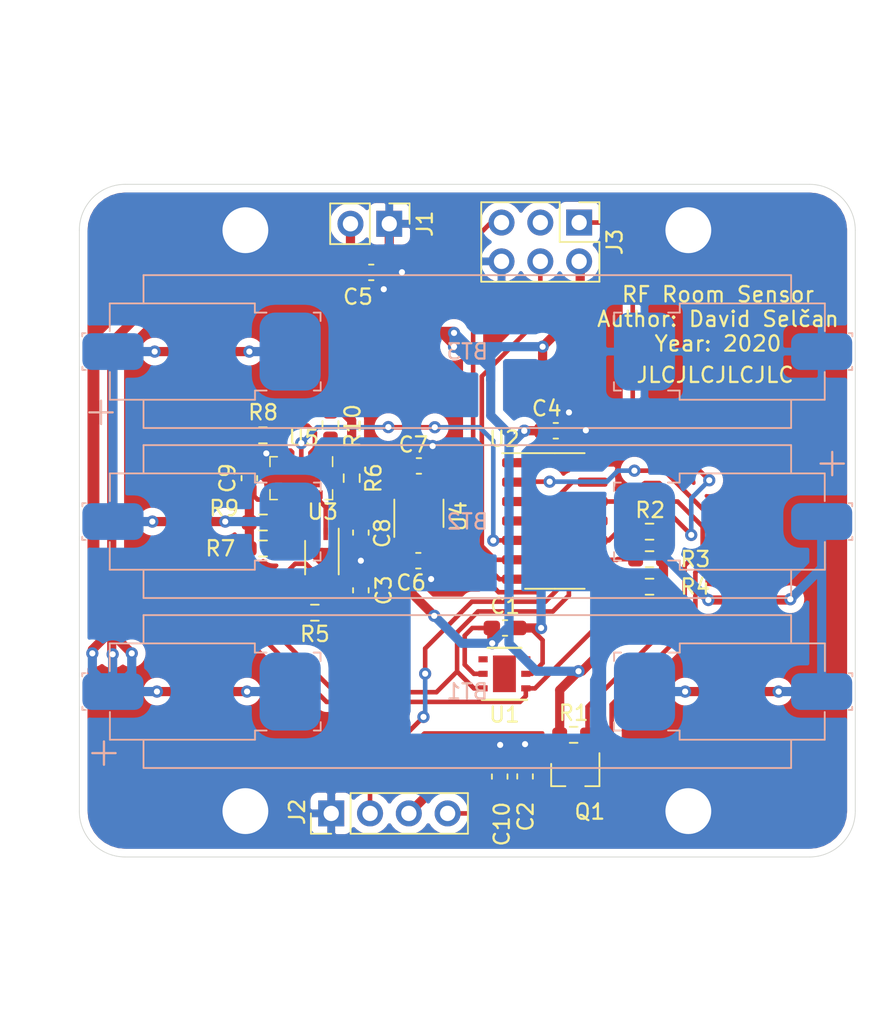
<source format=kicad_pcb>
(kicad_pcb (version 20171130) (host pcbnew 5.1.8)
  (layers (0 F.Cu signal) (31 B.Cu signal) (34 B.Paste user) (35 F.Paste user hide) (36 B.SilkS user) (37 F.SilkS user) (38 B.Mask user) (39 F.Mask user) (44 Edge.Cuts user))
  (net 0 "")
  (net 1 VBAT)
  (net 2 RF_EN)
  (net 3 SCL)
  (net 4 "Net-(U1-Pad4)")
  (net 5 "Net-(U1-Pad3)")
  (net 6 GND)
  (net 7 SDA)
  (net 8 "Net-(U1-Pad7)")
  (net 9 LDO_EN)
  (net 10 RF_DATA)
  (net 11 UPDI)
  (net 12 TX)
  (net 13 RX)
  (net 14 "Net-(U2-Pad4)")
  (net 15 "Net-(U2-Pad3)")
  (net 16 VCC)
  (net 17 "Net-(U4-Pad4)")
  (net 18 "Net-(U5-Pad8)")
  (net 19 "Net-(U5-Pad4)")
  (net 20 "Net-(R8-Pad1)")
  (net 21 SDA_3V3)
  (net 22 SCL_3V3)
  (net 23 "Net-(R9-Pad1)")
  (net 24 "Net-(J3-Pad3)")
  (net 25 "Net-(R5-Pad2)")
  (net 26 RSSI)
  (net 27 "Net-(C10-Pad1)")
  (net 28 "Net-(R10-Pad1)")
  (net 29 INT)
  (net 30 "Net-(BT1-Pad2)")
  (net 31 "Net-(BT2-Pad2)")
  (module air_quality_sensor:BatteryHolder_Keystone_56_AAA (layer B.Cu) (at 152.93 142.98)
    (fp_text reference BT1 (at 0 0) (layer B.SilkS) (effects (justify mirror)))
    (fp_text value Battery_Cell)
    (fp_text user + (at -23.79 3.87) (layer B.SilkS) (effects (font (size 2 2)) (justify mirror)))
    (pad 2 smd roundrect (at 11.6 0 180) (size 4 5.1) (layers B.Cu B.Paste B.Mask) (net 30 "Net-(BT1-Pad2)"))
    (pad 2 smd roundrect (at 23.2 0 180) (size 4 2.4) (layers B.Cu B.Paste B.Mask) (net 30 "Net-(BT1-Pad2)"))
    (pad 1 smd roundrect (at -11.6 0) (size 4 5.1) (layers B.Cu B.Paste B.Mask) (net 1 VBAT))
    (pad 1 smd roundrect (at -23.2 0) (size 4 2.4) (layers B.Cu B.Paste B.Mask) (net 1 VBAT))
  )
  (module air_quality_sensor:BatteryHolder_Keystone_56_AAA (layer B.Cu) (at 152.93 120.74)
    (fp_text reference BT3 (at 0 0) (layer B.SilkS) (effects (justify mirror)))
    (fp_text value Battery_Cell)
    (fp_text user + (at -23.98 3.82) (layer B.SilkS) (effects (font (size 2 2)) (justify mirror)))
    (pad 2 smd roundrect (at 11.6 0 180) (size 4 5.1) (layers B.Cu B.Paste B.Mask) (net 6 GND))
    (pad 2 smd roundrect (at 23.2 0 180) (size 4 2.4) (layers B.Cu B.Paste B.Mask) (net 6 GND))
    (pad 1 smd roundrect (at -11.6 0) (size 4 5.1) (layers B.Cu B.Paste B.Mask) (net 31 "Net-(BT2-Pad2)"))
    (pad 1 smd roundrect (at -23.2 0) (size 4 2.4) (layers B.Cu B.Paste B.Mask) (net 31 "Net-(BT2-Pad2)"))
  )
  (module air_quality_sensor:BatteryHolder_Keystone_56_AAA (layer B.Cu) (at 152.93 131.86 180)
    (fp_text reference BT2 (at 0 0) (layer B.SilkS) (effects (justify mirror)))
    (fp_text value Battery_Cell)
    (fp_text user + (at -23.89 3.95) (layer B.SilkS) (effects (font (size 2 2)) (justify mirror)))
    (pad 2 smd roundrect (at 11.6 0) (size 4 5.1) (layers B.Cu B.Paste B.Mask) (net 31 "Net-(BT2-Pad2)"))
    (pad 2 smd roundrect (at 23.2 0) (size 4 2.4) (layers B.Cu B.Paste B.Mask) (net 31 "Net-(BT2-Pad2)"))
    (pad 1 smd roundrect (at -11.6 0 180) (size 4 5.1) (layers B.Cu B.Paste B.Mask) (net 30 "Net-(BT1-Pad2)"))
    (pad 1 smd roundrect (at -23.2 0 180) (size 4 2.4) (layers B.Cu B.Paste B.Mask) (net 30 "Net-(BT1-Pad2)"))
  )
  (module Resistor_SMD:R_0603_1608Metric_Pad0.98x0.95mm_HandSolder (layer F.Cu) (at 143.97 125.5475 90)
    (fp_text reference R10 (at -0.0825 1.45 90) (layer F.SilkS))
    (fp_text value 10k)
    (pad 2 smd roundrect (at 0.9125 0 90) (size 0.975 0.95) (layers F.Cu F.Paste F.Mask) (net 16 VCC))
    (pad 1 smd roundrect (at -0.9125 0 90) (size 0.975 0.95) (layers F.Cu F.Paste F.Mask) (net 28 "Net-(R10-Pad1)"))
  )
  (module Resistor_SMD:R_0603_1608Metric_Pad0.98x0.95mm_HandSolder (layer F.Cu) (at 159.89 145.81)
    (fp_text reference R1 (at 0 -1.43) (layer F.SilkS))
    (fp_text value 200k)
    (pad 2 smd roundrect (at 0.9125 0) (size 0.975 0.95) (layers F.Cu F.Paste F.Mask) (net 2 RF_EN))
    (pad 1 smd roundrect (at -0.9125 0) (size 0.975 0.95) (layers F.Cu F.Paste F.Mask) (net 1 VBAT))
  )
  (module Package_TO_SOT_SMD:SOT-23 (layer F.Cu) (at 160 148.41 270)
    (fp_text reference Q1 (at 2.43 -0.95) (layer F.SilkS))
    (fp_text value BSS84)
    (pad 3 smd rect (at 1 0 270) (size 0.9 0.8) (layers F.Cu F.Paste F.Mask) (net 27 "Net-(C10-Pad1)"))
    (pad 2 smd rect (at -1 0.95 270) (size 0.9 0.8) (layers F.Cu F.Paste F.Mask) (net 1 VBAT))
    (pad 1 smd rect (at -1 -0.95 270) (size 0.9 0.8) (layers F.Cu F.Paste F.Mask) (net 2 RF_EN))
  )
  (module Package_LGA:AMS_LGA-10-1EP_2.7x4mm_P0.6mm (layer F.Cu) (at 142.06 129.02 270)
    (fp_text reference U5 (at -2.63 -0.16 180) (layer F.SilkS))
    (fp_text value CCS811)
    (pad 8 smd rect (at 1.075 0 270) (size 0.55 0.4) (layers F.Cu F.Paste F.Mask) (net 18 "Net-(U5-Pad8)"))
    (pad 4 smd rect (at -1.075 0.6 270) (size 0.55 0.4) (layers F.Cu F.Paste F.Mask) (net 19 "Net-(U5-Pad4)"))
    (pad 3 smd rect (at -1.075 0 270) (size 0.55 0.4) (layers F.Cu F.Paste F.Mask) (net 29 INT))
    (pad 2 smd rect (at -1.075 -0.6 270) (size 0.55 0.4) (layers F.Cu F.Paste F.Mask) (net 20 "Net-(R8-Pad1)"))
    (pad 1 smd rect (at -1.075 -1.2 270) (size 0.55 0.4) (layers F.Cu F.Paste F.Mask) (net 28 "Net-(R10-Pad1)"))
    (pad 5 smd rect (at -1.075 1.2 270) (size 0.55 0.4) (layers F.Cu F.Paste F.Mask) (net 19 "Net-(U5-Pad4)"))
    (pad 9 smd rect (at 1.075 -0.6 270) (size 0.55 0.4) (layers F.Cu F.Paste F.Mask) (net 21 SDA_3V3))
    (pad 10 smd rect (at 1.075 -1.2 270) (size 0.55 0.4) (layers F.Cu F.Paste F.Mask) (net 22 SCL_3V3))
    (pad 7 smd rect (at 1.075 0.6 270) (size 0.55 0.4) (layers F.Cu F.Paste F.Mask) (net 23 "Net-(R9-Pad1)"))
    (pad 6 smd rect (at 1.075 1.2 270) (size 0.55 0.4) (layers F.Cu F.Paste F.Mask) (net 16 VCC))
    (pad 11 smd rect (at 0 0.15 270) (size 1.2 2.2) (layers F.Cu F.Paste F.Mask) (net 6 GND))
    (pad 11 smd rect (at 0.15 -1.1 270) (size 0.9 0.3) (layers F.Cu F.Paste F.Mask) (net 6 GND))
    (pad 11 smd trapezoid (at 0 -1.1 270) (size 0.9 0.3) (rect_delta 0 0.3) (layers F.Cu F.Paste F.Mask) (net 6 GND))
  )
  (module Capacitor_SMD:C_0603_1608Metric_Pad1.08x0.95mm_HandSolder (layer F.Cu) (at 156.71 148.532 90)
    (fp_text reference C10 (at -3.118 -1.52 90) (layer F.SilkS))
    (fp_text value 1n)
    (pad 2 smd roundrect (at 0.8625 0 90) (size 1.075 0.95) (layers F.Cu F.Paste F.Mask) (net 6 GND))
    (pad 1 smd roundrect (at -0.8625 0 90) (size 1.075 0.95) (layers F.Cu F.Paste F.Mask) (net 27 "Net-(C10-Pad1)"))
  )
  (module Connector_PinHeader_2.54mm:PinHeader_1x04_P2.54mm_Vertical (layer F.Cu) (at 144.02 150.95 90)
    (fp_text reference J2 (at 0.1 -2.23 90) (layer F.SilkS))
    (fp_text value Conn_01x04)
    (pad 4 thru_hole oval (at 0 7.62 90) (size 1.7 1.7) (drill 1) (layers *.Cu *.Mask) (net 26 RSSI))
    (pad 3 thru_hole oval (at 0 5.08 90) (size 1.7 1.7) (drill 1) (layers *.Cu *.Mask) (net 27 "Net-(C10-Pad1)"))
    (pad 2 thru_hole oval (at 0 2.54 90) (size 1.7 1.7) (drill 1) (layers *.Cu *.Mask) (net 10 RF_DATA))
    (pad 1 thru_hole rect (at 0 0 90) (size 1.7 1.7) (drill 1) (layers *.Cu *.Mask) (net 6 GND))
  )
  (module Package_TO_SOT_SMD:SOT-23-5 (layer F.Cu) (at 149.76 131.32 90)
    (fp_text reference U4 (at -0.2 2.6 90) (layer F.SilkS))
    (fp_text value TLV73333PDBV)
    (pad 5 smd rect (at 1.1 -0.95 90) (size 1.06 0.65) (layers F.Cu F.Paste F.Mask) (net 16 VCC))
    (pad 4 smd rect (at 1.1 0.95 90) (size 1.06 0.65) (layers F.Cu F.Paste F.Mask) (net 17 "Net-(U4-Pad4)"))
    (pad 3 smd rect (at -1.1 0.95 90) (size 1.06 0.65) (layers F.Cu F.Paste F.Mask) (net 9 LDO_EN))
    (pad 2 smd rect (at -1.1 0 90) (size 1.06 0.65) (layers F.Cu F.Paste F.Mask) (net 6 GND))
    (pad 1 smd rect (at -1.1 -0.95 90) (size 1.06 0.65) (layers F.Cu F.Paste F.Mask) (net 1 VBAT))
  )
  (module Package_SO:VSSOP-8_2.3x2mm_P0.5mm (layer F.Cu) (at 143.41 134.22 270)
    (fp_text reference U3 (at -3 -0.05 180) (layer F.SilkS))
    (fp_text value PCA9306DC)
    (pad 8 smd rect (at 1.55 -0.75 180) (size 0.3 0.8) (layers F.Cu F.Paste F.Mask) (net 25 "Net-(R5-Pad2)"))
    (pad 7 smd rect (at 1.55 -0.25 180) (size 0.3 0.8) (layers F.Cu F.Paste F.Mask) (net 1 VBAT))
    (pad 6 smd rect (at 1.55 0.25 180) (size 0.3 0.8) (layers F.Cu F.Paste F.Mask) (net 3 SCL))
    (pad 5 smd rect (at 1.55 0.75 180) (size 0.3 0.8) (layers F.Cu F.Paste F.Mask) (net 7 SDA))
    (pad 4 smd rect (at -1.55 0.75 180) (size 0.3 0.8) (layers F.Cu F.Paste F.Mask) (net 6 GND))
    (pad 3 smd rect (at -1.55 0.25 180) (size 0.3 0.8) (layers F.Cu F.Paste F.Mask) (net 21 SDA_3V3))
    (pad 2 smd rect (at -1.55 -0.25 180) (size 0.3 0.8) (layers F.Cu F.Paste F.Mask) (net 22 SCL_3V3))
    (pad 1 smd rect (at -1.55 -0.75 180) (size 0.3 0.8) (layers F.Cu F.Paste F.Mask) (net 16 VCC))
  )
  (module Package_SO:SOIC-14_3.9x8.7mm_P1.27mm (layer F.Cu) (at 158.66 131.82)
    (fp_text reference U2 (at -3.31 -5.37) (layer F.SilkS))
    (fp_text value ATtiny404-SS)
    (pad 14 smd roundrect (at 2.475 -3.81) (size 1.95 0.6) (layers F.Cu F.Paste F.Mask) (net 6 GND))
    (pad 13 smd roundrect (at 2.475 -2.54) (size 1.95 0.6) (layers F.Cu F.Paste F.Mask) (net 9 LDO_EN))
    (pad 12 smd roundrect (at 2.475 -1.27) (size 1.95 0.6) (layers F.Cu F.Paste F.Mask) (net 2 RF_EN))
    (pad 11 smd roundrect (at 2.475 0) (size 1.95 0.6) (layers F.Cu F.Paste F.Mask) (net 10 RF_DATA))
    (pad 10 smd roundrect (at 2.475 1.27) (size 1.95 0.6) (layers F.Cu F.Paste F.Mask) (net 11 UPDI))
    (pad 9 smd roundrect (at 2.475 2.54) (size 1.95 0.6) (layers F.Cu F.Paste F.Mask) (net 3 SCL))
    (pad 8 smd roundrect (at 2.475 3.81) (size 1.95 0.6) (layers F.Cu F.Paste F.Mask) (net 7 SDA))
    (pad 7 smd roundrect (at -2.475 3.81) (size 1.95 0.6) (layers F.Cu F.Paste F.Mask) (net 12 TX))
    (pad 6 smd roundrect (at -2.475 2.54) (size 1.95 0.6) (layers F.Cu F.Paste F.Mask) (net 13 RX))
    (pad 5 smd roundrect (at -2.475 1.27) (size 1.95 0.6) (layers F.Cu F.Paste F.Mask) (net 29 INT))
    (pad 4 smd roundrect (at -2.475 0) (size 1.95 0.6) (layers F.Cu F.Paste F.Mask) (net 14 "Net-(U2-Pad4)"))
    (pad 3 smd roundrect (at -2.475 -1.27) (size 1.95 0.6) (layers F.Cu F.Paste F.Mask) (net 15 "Net-(U2-Pad3)"))
    (pad 2 smd roundrect (at -2.475 -2.54) (size 1.95 0.6) (layers F.Cu F.Paste F.Mask) (net 26 RSSI))
    (pad 1 smd roundrect (at -2.475 -3.81) (size 1.95 0.6) (layers F.Cu F.Paste F.Mask) (net 1 VBAT))
  )
  (module Package_SON:Texas_PWSON-N6 (layer F.Cu) (at 155.36 141.82 180)
    (fp_text reference U1 (at 0 -2.67) (layer F.SilkS))
    (fp_text value HDC1080)
    (pad 6 smd rect (at 1.4 -0.95 180) (size 0.6 0.4) (layers F.Cu F.Paste F.Mask) (net 3 SCL))
    (pad 5 smd rect (at 1.4 0 180) (size 0.6 0.4) (layers F.Cu F.Paste F.Mask) (net 1 VBAT))
    (pad 4 smd rect (at 1.4 0.95 180) (size 0.6 0.4) (layers F.Cu F.Paste F.Mask) (net 4 "Net-(U1-Pad4)"))
    (pad 3 smd rect (at -1.4 0.95 180) (size 0.6 0.4) (layers F.Cu F.Paste F.Mask) (net 5 "Net-(U1-Pad3)"))
    (pad 2 smd rect (at -1.4 0 180) (size 0.6 0.4) (layers F.Cu F.Paste F.Mask) (net 6 GND))
    (pad 1 smd rect (at -1.4 -0.95 180) (size 0.6 0.4) (layers F.Cu F.Paste F.Mask) (net 7 SDA))
    (pad 7 smd rect (at 0 0 180) (size 1.5 2.4) (layers F.Cu F.Paste F.Mask) (net 8 "Net-(U1-Pad7)"))
  )
  (module Resistor_SMD:R_0603_1608Metric_Pad0.98x0.95mm_HandSolder (layer F.Cu) (at 139.56 131.92 180)
    (fp_text reference R9 (at 2.55 0.93) (layer F.SilkS))
    (fp_text value 10k)
    (pad 2 smd roundrect (at 0.9125 0 180) (size 0.975 0.95) (layers F.Cu F.Paste F.Mask) (net 16 VCC))
    (pad 1 smd roundrect (at -0.9125 0 180) (size 0.975 0.95) (layers F.Cu F.Paste F.Mask) (net 23 "Net-(R9-Pad1)"))
  )
  (module Resistor_SMD:R_0603_1608Metric_Pad0.98x0.95mm_HandSolder (layer F.Cu) (at 139.5475 126.22 180)
    (fp_text reference R8 (at -0.0125 1.5) (layer F.SilkS))
    (fp_text value 10k)
    (pad 2 smd roundrect (at 0.9125 0 180) (size 0.975 0.95) (layers F.Cu F.Paste F.Mask) (net 16 VCC))
    (pad 1 smd roundrect (at -0.9125 0 180) (size 0.975 0.95) (layers F.Cu F.Paste F.Mask) (net 20 "Net-(R8-Pad1)"))
  )
  (module Resistor_SMD:R_0603_1608Metric_Pad0.98x0.95mm_HandSolder (layer F.Cu) (at 139.56 133.62)
    (fp_text reference R7 (at -2.8 0) (layer F.SilkS))
    (fp_text value 10k)
    (pad 2 smd roundrect (at 0.9125 0) (size 0.975 0.95) (layers F.Cu F.Paste F.Mask) (net 21 SDA_3V3))
    (pad 1 smd roundrect (at -0.9125 0) (size 0.975 0.95) (layers F.Cu F.Paste F.Mask) (net 16 VCC))
  )
  (module Resistor_SMD:R_0603_1608Metric_Pad0.98x0.95mm_HandSolder (layer F.Cu) (at 145.36 129.02 270)
    (fp_text reference R6 (at 0 -1.43 90) (layer F.SilkS))
    (fp_text value 10k)
    (pad 2 smd roundrect (at 0.9125 0 270) (size 0.975 0.95) (layers F.Cu F.Paste F.Mask) (net 22 SCL_3V3))
    (pad 1 smd roundrect (at -0.9125 0 270) (size 0.975 0.95) (layers F.Cu F.Paste F.Mask) (net 16 VCC))
  )
  (module Resistor_SMD:R_0603_1608Metric_Pad0.98x0.95mm_HandSolder (layer F.Cu) (at 142.9475 137.82)
    (fp_text reference R5 (at 0 1.4) (layer F.SilkS))
    (fp_text value 200k)
    (pad 2 smd roundrect (at 0.9125 0) (size 0.975 0.95) (layers F.Cu F.Paste F.Mask) (net 25 "Net-(R5-Pad2)"))
    (pad 1 smd roundrect (at -0.9125 0) (size 0.975 0.95) (layers F.Cu F.Paste F.Mask) (net 1 VBAT))
  )
  (module Resistor_SMD:R_0603_1608Metric_Pad0.98x0.95mm_HandSolder (layer F.Cu) (at 164.86 136.12 180)
    (fp_text reference R4 (at -3 0) (layer F.SilkS))
    (fp_text value 10k)
    (pad 1 smd roundrect (at -0.9125 0 180) (size 0.975 0.95) (layers F.Cu F.Paste F.Mask) (net 1 VBAT))
    (pad 2 smd roundrect (at 0.9125 0 180) (size 0.975 0.95) (layers F.Cu F.Paste F.Mask) (net 7 SDA))
  )
  (module Resistor_SMD:R_0603_1608Metric_Pad0.98x0.95mm_HandSolder (layer F.Cu) (at 164.86 134.32 180)
    (fp_text reference R3 (at -3 0) (layer F.SilkS))
    (fp_text value 10k)
    (pad 1 smd roundrect (at -0.9125 0 180) (size 0.975 0.95) (layers F.Cu F.Paste F.Mask) (net 1 VBAT))
    (pad 2 smd roundrect (at 0.9125 0 180) (size 0.975 0.95) (layers F.Cu F.Paste F.Mask) (net 3 SCL))
  )
  (module Resistor_SMD:R_0603_1608Metric_Pad0.98x0.95mm_HandSolder (layer F.Cu) (at 164.86 132.52 180)
    (fp_text reference R2 (at -0.04 1.41) (layer F.SilkS))
    (fp_text value 10k)
    (pad 1 smd roundrect (at -0.9125 0 180) (size 0.975 0.95) (layers F.Cu F.Paste F.Mask) (net 1 VBAT))
    (pad 2 smd roundrect (at 0.9125 0 180) (size 0.975 0.95) (layers F.Cu F.Paste F.Mask) (net 11 UPDI))
  )
  (module Connector_PinHeader_2.54mm:PinHeader_2x03_P2.54mm_Vertical (layer F.Cu) (at 160.25 112.3 270)
    (fp_text reference J3 (at 1.27 -2.33 90) (layer F.SilkS))
    (fp_text value Conn_02x03_Odd_Even)
    (pad 6 thru_hole oval (at 2.54 5.08 270) (size 1.7 1.7) (drill 1) (layers *.Cu *.Mask) (net 6 GND))
    (pad 5 thru_hole oval (at 0 5.08 270) (size 1.7 1.7) (drill 1) (layers *.Cu *.Mask) (net 12 TX))
    (pad 4 thru_hole oval (at 2.54 2.54 270) (size 1.7 1.7) (drill 1) (layers *.Cu *.Mask) (net 13 RX))
    (pad 3 thru_hole oval (at 0 2.54 270) (size 1.7 1.7) (drill 1) (layers *.Cu *.Mask) (net 24 "Net-(J3-Pad3)"))
    (pad 2 thru_hole oval (at 2.54 0 270) (size 1.7 1.7) (drill 1) (layers *.Cu *.Mask) (net 1 VBAT))
    (pad 1 thru_hole rect (at 0 0 270) (size 1.7 1.7) (drill 1) (layers *.Cu *.Mask) (net 11 UPDI))
  )
  (module Connector_PinHeader_2.54mm:PinHeader_1x02_P2.54mm_Vertical (layer F.Cu) (at 147.82 112.38 270)
    (fp_text reference J1 (at 0 -2.33 90) (layer F.SilkS))
    (fp_text value Conn_01x02)
    (pad 2 thru_hole oval (at 0 2.54 270) (size 1.7 1.7) (drill 1) (layers *.Cu *.Mask) (net 1 VBAT))
    (pad 1 thru_hole rect (at 0 0 270) (size 1.7 1.7) (drill 1) (layers *.Cu *.Mask) (net 6 GND))
  )
  (module Capacitor_SMD:C_0603_1608Metric_Pad1.08x0.95mm_HandSolder (layer F.Cu) (at 138.66 129.02 90)
    (fp_text reference C9 (at 0 -1.43 90) (layer F.SilkS))
    (fp_text value 1u)
    (pad 2 smd roundrect (at 0.8625 0 90) (size 1.075 0.95) (layers F.Cu F.Paste F.Mask) (net 6 GND))
    (pad 1 smd roundrect (at -0.8625 0 90) (size 1.075 0.95) (layers F.Cu F.Paste F.Mask) (net 16 VCC))
  )
  (module Capacitor_SMD:C_0603_1608Metric_Pad1.08x0.95mm_HandSolder (layer F.Cu) (at 145.96 132.5825 270)
    (fp_text reference C8 (at 0.0375 -1.4 90) (layer F.SilkS))
    (fp_text value 100n)
    (pad 2 smd roundrect (at 0.8625 0 270) (size 1.075 0.95) (layers F.Cu F.Paste F.Mask) (net 6 GND))
    (pad 1 smd roundrect (at -0.8625 0 270) (size 1.075 0.95) (layers F.Cu F.Paste F.Mask) (net 16 VCC))
  )
  (module Capacitor_SMD:C_0603_1608Metric_Pad1.08x0.95mm_HandSolder (layer F.Cu) (at 149.76 128.22)
    (fp_text reference C7 (at -0.36 -1.39) (layer F.SilkS))
    (fp_text value 100n)
    (pad 2 smd roundrect (at 0.8625 0) (size 1.075 0.95) (layers F.Cu F.Paste F.Mask) (net 6 GND))
    (pad 1 smd roundrect (at -0.8625 0) (size 1.075 0.95) (layers F.Cu F.Paste F.Mask) (net 16 VCC))
  )
  (module Capacitor_SMD:C_0603_1608Metric_Pad1.08x0.95mm_HandSolder (layer F.Cu) (at 149.7225 134.42)
    (fp_text reference C6 (at -0.4725 1.44) (layer F.SilkS))
    (fp_text value 100n)
    (pad 2 smd roundrect (at 0.8625 0) (size 1.075 0.95) (layers F.Cu F.Paste F.Mask) (net 6 GND))
    (pad 1 smd roundrect (at -0.8625 0) (size 1.075 0.95) (layers F.Cu F.Paste F.Mask) (net 1 VBAT))
  )
  (module Capacitor_SMD:C_0603_1608Metric_Pad1.08x0.95mm_HandSolder (layer F.Cu) (at 146.64 115.56)
    (fp_text reference C5 (at -0.87 1.6) (layer F.SilkS))
    (fp_text value 1u)
    (pad 2 smd roundrect (at 0.8625 0) (size 1.075 0.95) (layers F.Cu F.Paste F.Mask) (net 6 GND))
    (pad 1 smd roundrect (at -0.8625 0) (size 1.075 0.95) (layers F.Cu F.Paste F.Mask) (net 1 VBAT))
  )
  (module Capacitor_SMD:C_0603_1608Metric_Pad1.08x0.95mm_HandSolder (layer F.Cu) (at 158.7225 125.92)
    (fp_text reference C4 (at -0.5925 -1.46) (layer F.SilkS))
    (fp_text value 100n)
    (pad 2 smd roundrect (at 0.8625 0) (size 1.075 0.95) (layers F.Cu F.Paste F.Mask) (net 6 GND))
    (pad 1 smd roundrect (at -0.8625 0) (size 1.075 0.95) (layers F.Cu F.Paste F.Mask) (net 1 VBAT))
  )
  (module Capacitor_SMD:C_0603_1608Metric_Pad1.08x0.95mm_HandSolder (layer F.Cu) (at 145.96 136.3575 90)
    (fp_text reference C3 (at 0 1.5 90) (layer F.SilkS))
    (fp_text value 100n)
    (pad 2 smd roundrect (at 0.8625 0 90) (size 1.075 0.95) (layers F.Cu F.Paste F.Mask) (net 6 GND))
    (pad 1 smd roundrect (at -0.8625 0 90) (size 1.075 0.95) (layers F.Cu F.Paste F.Mask) (net 1 VBAT))
  )
  (module Capacitor_SMD:C_0603_1608Metric_Pad1.08x0.95mm_HandSolder (layer F.Cu) (at 155.05 148.54 90)
    (fp_text reference C2 (at -2.62 1.7 90) (layer F.SilkS))
    (fp_text value 1u)
    (pad 2 smd roundrect (at 0.8625 0 90) (size 1.075 0.95) (layers F.Cu F.Paste F.Mask) (net 6 GND))
    (pad 1 smd roundrect (at -0.8625 0 90) (size 1.075 0.95) (layers F.Cu F.Paste F.Mask) (net 27 "Net-(C10-Pad1)"))
  )
  (module Capacitor_SMD:C_0603_1608Metric_Pad1.08x0.95mm_HandSolder (layer F.Cu) (at 155.3975 138.82)
    (fp_text reference C1 (at 0 -1.43) (layer F.SilkS))
    (fp_text value 100n)
    (pad 2 smd roundrect (at 0.8625 0) (size 1.075 0.95) (layers F.Cu F.Paste F.Mask) (net 6 GND))
    (pad 1 smd roundrect (at -0.8625 0) (size 1.075 0.95) (layers F.Cu F.Paste F.Mask) (net 1 VBAT))
  )
  (gr_text JLCJLCJLCJLC (at 169.15 122.27) (layer F.SilkS) (effects (font (size 1 1))))
  (gr_text "RF Room Sensor\nAuthor: David Selčan\nYear: 2020" (at 169.34 118.61) (layer F.SilkS) (effects (font (size 1 1))))
  (gr_arc (start 130.53 112.8) (end 130.53 109.8) (angle -90) (layer Edge.Cuts) (width 0.05))
  (gr_arc (start 130.53 150.8) (end 127.53 150.8) (angle -90) (layer Edge.Cuts) (width 0.05))
  (gr_arc (start 175.33 150.8) (end 175.33 153.8) (angle -90) (layer Edge.Cuts) (width 0.05))
  (gr_arc (start 175.33 112.8) (end 178.33 112.8) (angle -90) (layer Edge.Cuts) (width 0.05))
  (gr_line (start 130.53 109.8) (end 175.33 109.8) (layer Edge.Cuts) (width 0.05))
  (gr_line (start 130.53 153.8) (end 175.33 153.8) (layer Edge.Cuts) (width 0.05))
  (gr_line (start 127.53 112.8) (end 127.53 150.8) (layer Edge.Cuts) (width 0.05))
  (gr_line (start 178.33 150.8) (end 178.33 112.8) (layer Edge.Cuts) (width 0.05))
  (segment (start 165.7725 136.12) (end 165.7725 134.32) (width 0.3) (layer F.Cu) (net 1))
  (segment (start 165.7725 134.32) (end 165.7725 132.52) (width 0.3) (layer F.Cu) (net 1))
  (segment (start 153.66 138.82) (end 154.535 138.82) (width 0.3) (layer F.Cu) (net 1))
  (segment (start 153.96 141.82) (end 153.36 141.82) (width 0.3) (layer F.Cu) (net 1))
  (segment (start 153.36 141.82) (end 152.76 141.22) (width 0.3) (layer F.Cu) (net 1))
  (segment (start 152.76 141.22) (end 152.76 139.32) (width 0.3) (layer F.Cu) (net 1))
  (segment (start 153.26 138.82) (end 154.535 138.82) (width 0.3) (layer F.Cu) (net 1))
  (segment (start 152.76 139.32) (end 153.26 138.82) (width 0.3) (layer F.Cu) (net 1))
  (segment (start 142.035 137.82) (end 142.035 138.695) (width 0.3) (layer F.Cu) (net 1))
  (segment (start 142.035 138.695) (end 142.46 139.12) (width 0.3) (layer F.Cu) (net 1))
  (segment (start 142.46 139.12) (end 145.46 139.12) (width 0.3) (layer F.Cu) (net 1))
  (segment (start 145.96 138.62) (end 145.96 137.22) (width 0.3) (layer F.Cu) (net 1))
  (segment (start 145.46 139.12) (end 145.96 138.62) (width 0.3) (layer F.Cu) (net 1))
  (segment (start 142.56 137.82) (end 142.035 137.82) (width 0.3) (layer F.Cu) (net 1))
  (segment (start 143.02249 137.35751) (end 142.56 137.82) (width 0.3) (layer F.Cu) (net 1))
  (segment (start 143.02249 137.339144) (end 143.02249 137.35751) (width 0.3) (layer F.Cu) (net 1))
  (segment (start 143.366644 136.99499) (end 143.02249 137.339144) (width 0.3) (layer F.Cu) (net 1))
  (segment (start 143.38501 136.99499) (end 143.366644 136.99499) (width 0.3) (layer F.Cu) (net 1))
  (segment (start 143.66 136.72) (end 143.38501 136.99499) (width 0.3) (layer F.Cu) (net 1))
  (segment (start 143.66 135.77) (end 143.66 136.72) (width 0.3) (layer F.Cu) (net 1))
  (segment (start 159.04 145.8725) (end 158.9775 145.81) (width 0.6) (layer F.Cu) (net 1))
  (segment (start 165.7725 132.52) (end 165.7725 136.12) (width 0.6) (layer F.Cu) (net 1))
  (segment (start 157.86 125.92) (end 157.86 127.82) (width 0.6) (layer F.Cu) (net 1))
  (segment (start 157.86 127.82) (end 157.67 128.01) (width 0.6) (layer F.Cu) (net 1))
  (segment (start 156.185 128.01) (end 157.67 128.01) (width 0.6) (layer F.Cu) (net 1))
  (segment (start 148.81 134.37) (end 148.86 134.42) (width 0.6) (layer F.Cu) (net 1))
  (segment (start 148.81 132.42) (end 148.81 134.37) (width 0.6) (layer F.Cu) (net 1))
  (segment (start 145.96 137.22) (end 147.76 137.22) (width 0.6) (layer F.Cu) (net 1))
  (segment (start 147.76 137.22) (end 148.86 136.12) (width 0.6) (layer F.Cu) (net 1))
  (via (at 157.86 120.42) (size 0.8) (drill 0.4) (layers F.Cu B.Cu) (net 1))
  (segment (start 157.86 125.92) (end 157.86 120.42) (width 0.6) (layer F.Cu) (net 1))
  (via (at 152.06 120.42) (size 0.8) (drill 0.4) (layers F.Cu B.Cu) (net 1))
  (via (at 154.56 139.82) (size 0.8) (drill 0.4) (layers F.Cu B.Cu) (net 1))
  (segment (start 154.535 139.795) (end 154.56 139.82) (width 0.6) (layer F.Cu) (net 1))
  (segment (start 154.535 138.82) (end 154.535 139.795) (width 0.6) (layer F.Cu) (net 1))
  (segment (start 148.86 136.12) (end 148.86 135.12) (width 0.6) (layer F.Cu) (net 1))
  (segment (start 148.86 135.12) (end 148.86 134.42) (width 0.6) (layer F.Cu) (net 1))
  (via (at 156.66 125.92) (size 0.8) (drill 0.4) (layers F.Cu B.Cu) (net 1))
  (via (at 156.66 125.92) (size 0.8) (drill 0.4) (layers F.Cu B.Cu) (net 1))
  (segment (start 157.86 125.92) (end 156.66 125.92) (width 0.6) (layer F.Cu) (net 1))
  (via (at 156.66 125.92) (size 0.8) (drill 0.4) (layers F.Cu B.Cu) (net 1))
  (segment (start 156.66 125.92) (end 155.66 126.92) (width 0.6) (layer B.Cu) (net 1))
  (segment (start 155.46 138.92) (end 154.56 139.82) (width 0.6) (layer B.Cu) (net 1))
  (segment (start 155.66 138.92) (end 155.46 138.92) (width 0.6) (layer B.Cu) (net 1))
  (segment (start 155.66 126.92) (end 155.66 126.12) (width 0.6) (layer B.Cu) (net 1))
  (segment (start 155.66 126.12) (end 154.46 124.92) (width 0.6) (layer B.Cu) (net 1))
  (via (at 152.06 119.52) (size 0.8) (drill 0.4) (layers F.Cu B.Cu) (net 1))
  (segment (start 151.999338 119.42) (end 152.129669 119.550331) (width 0.6) (layer F.Cu) (net 1))
  (segment (start 151.16 119.42) (end 151.999338 119.42) (width 0.6) (layer F.Cu) (net 1))
  (segment (start 151.16 119.42) (end 152.16 120.42) (width 0.6) (layer F.Cu) (net 1))
  (segment (start 154.46 121.880662) (end 154.46 122.62) (width 0.6) (layer B.Cu) (net 1))
  (segment (start 154.46 124.92) (end 154.46 122.62) (width 0.6) (layer B.Cu) (net 1))
  (segment (start 153.96 120.42) (end 153.96 120.92) (width 0.6) (layer B.Cu) (net 1))
  (segment (start 152.16 120.42) (end 153.96 120.42) (width 0.6) (layer B.Cu) (net 1))
  (segment (start 153.96 120.42) (end 154.46 120.42) (width 0.6) (layer B.Cu) (net 1))
  (segment (start 154.46 121.02) (end 155.06 120.42) (width 0.6) (layer B.Cu) (net 1))
  (segment (start 154.46 121.82) (end 154.46 121.02) (width 0.6) (layer B.Cu) (net 1))
  (segment (start 155.06 120.42) (end 157.86 120.42) (width 0.6) (layer B.Cu) (net 1))
  (segment (start 154.46 120.42) (end 155.06 120.42) (width 0.6) (layer B.Cu) (net 1))
  (segment (start 154.46 122.62) (end 154.46 121.82) (width 0.6) (layer B.Cu) (net 1))
  (segment (start 154.46 121.82) (end 154.46 120.42) (width 0.6) (layer B.Cu) (net 1))
  (segment (start 153.040331 121.300331) (end 152.16 120.42) (width 0.6) (layer B.Cu) (net 1))
  (segment (start 153.879669 121.300331) (end 153.040331 121.300331) (width 0.6) (layer B.Cu) (net 1))
  (segment (start 152.129669 119.550331) (end 153.879669 121.300331) (width 0.6) (layer B.Cu) (net 1))
  (segment (start 153.879669 121.300331) (end 154.46 121.880662) (width 0.6) (layer B.Cu) (net 1))
  (segment (start 152.06 120.42) (end 152.06 119.52) (width 0.6) (layer B.Cu) (net 1))
  (segment (start 159.05 145.8825) (end 158.9775 145.81) (width 0.6) (layer F.Cu) (net 1))
  (segment (start 159.05 147.41) (end 159.05 145.8825) (width 0.6) (layer F.Cu) (net 1))
  (segment (start 145.28 112.38) (end 145.28 113.82) (width 0.6) (layer F.Cu) (net 1))
  (segment (start 145.7775 114.3175) (end 145.7775 115.56) (width 0.6) (layer F.Cu) (net 1))
  (segment (start 145.28 113.82) (end 145.7775 114.3175) (width 0.6) (layer F.Cu) (net 1))
  (via (at 129.71 140.54) (size 0.8) (drill 0.4) (layers F.Cu B.Cu) (net 1))
  (segment (start 129.65 140.48) (end 129.71 140.54) (width 0.6) (layer F.Cu) (net 1))
  (segment (start 129.71 142.96) (end 129.73 142.98) (width 0.6) (layer B.Cu) (net 1))
  (segment (start 129.71 140.54) (end 129.71 142.96) (width 0.6) (layer B.Cu) (net 1))
  (via (at 130.96 140.48) (size 0.8) (drill 0.4) (layers F.Cu B.Cu) (net 1))
  (segment (start 129.65 139.17) (end 130.96 140.48) (width 0.6) (layer F.Cu) (net 1))
  (segment (start 129.65 138.55) (end 129.65 139.17) (width 0.6) (layer F.Cu) (net 1))
  (segment (start 130.96 141.75) (end 129.73 142.98) (width 0.6) (layer B.Cu) (net 1))
  (segment (start 130.96 140.48) (end 130.96 141.75) (width 0.6) (layer B.Cu) (net 1))
  (segment (start 129.65 139.08) (end 129.54 139.08) (width 0.6) (layer F.Cu) (net 1))
  (segment (start 129.65 138.55) (end 129.65 139.08) (width 0.6) (layer F.Cu) (net 1))
  (segment (start 129.65 139.08) (end 129.65 140.48) (width 0.6) (layer F.Cu) (net 1))
  (via (at 128.38 140.48) (size 0.8) (drill 0.4) (layers F.Cu B.Cu) (net 1))
  (segment (start 128.38 140.24) (end 128.38 140.48) (width 0.6) (layer F.Cu) (net 1))
  (segment (start 129.54 139.08) (end 128.38 140.24) (width 0.6) (layer F.Cu) (net 1))
  (segment (start 128.38 141.63) (end 129.73 142.98) (width 0.6) (layer B.Cu) (net 1))
  (segment (start 128.38 140.48) (end 128.38 141.63) (width 0.6) (layer B.Cu) (net 1))
  (segment (start 165.7725 136.12) (end 165.7725 136.3075) (width 0.6) (layer F.Cu) (net 1))
  (via (at 160.21 141.65) (size 0.8) (drill 0.4) (layers F.Cu B.Cu) (net 1))
  (segment (start 160.43 141.65) (end 160.21 141.65) (width 0.6) (layer F.Cu) (net 1))
  (segment (start 165.7725 136.3075) (end 160.43 141.65) (width 0.6) (layer F.Cu) (net 1))
  (segment (start 160.21 141.65) (end 157.46 141.65) (width 0.6) (layer B.Cu) (net 1))
  (segment (start 155.66 139.85) (end 155.66 138.49) (width 0.6) (layer B.Cu) (net 1))
  (segment (start 157.46 141.65) (end 155.66 139.85) (width 0.6) (layer B.Cu) (net 1))
  (segment (start 155.66 138.49) (end 155.66 138.92) (width 0.6) (layer B.Cu) (net 1))
  (segment (start 155.66 126.92) (end 155.66 138.49) (width 0.6) (layer B.Cu) (net 1))
  (segment (start 158.9775 142.8825) (end 160.21 141.65) (width 0.6) (layer F.Cu) (net 1))
  (segment (start 158.9775 145.81) (end 158.9775 142.8825) (width 0.6) (layer F.Cu) (net 1))
  (segment (start 152.56 139.82) (end 150.765 138.025) (width 0.6) (layer B.Cu) (net 1))
  (segment (start 154.56 139.82) (end 152.56 139.82) (width 0.6) (layer B.Cu) (net 1))
  (segment (start 148.86 136.12) (end 150.765 138.025) (width 0.6) (layer F.Cu) (net 1))
  (via (at 150.765 138.025) (size 0.8) (drill 0.4) (layers F.Cu B.Cu) (net 1))
  (segment (start 145.7775 115.56) (end 145.7775 117.5075) (width 0.6) (layer F.Cu) (net 1))
  (segment (start 147.69 119.42) (end 151.16 119.42) (width 0.6) (layer F.Cu) (net 1))
  (segment (start 145.7775 117.5075) (end 147.69 119.42) (width 0.6) (layer F.Cu) (net 1))
  (segment (start 157.86 120.42) (end 160.32 117.96) (width 0.6) (layer F.Cu) (net 1))
  (segment (start 160.32 114.91) (end 160.25 114.84) (width 0.6) (layer F.Cu) (net 1))
  (segment (start 160.32 117.96) (end 160.32 114.91) (width 0.6) (layer F.Cu) (net 1))
  (segment (start 129.65 120.12) (end 129.65 138.55) (width 0.6) (layer F.Cu) (net 1))
  (segment (start 134.169999 115.600001) (end 129.65 120.12) (width 0.6) (layer F.Cu) (net 1))
  (segment (start 145.737499 115.600001) (end 134.169999 115.600001) (width 0.6) (layer F.Cu) (net 1))
  (segment (start 145.7775 115.56) (end 145.737499 115.600001) (width 0.6) (layer F.Cu) (net 1))
  (via (at 132.61 142.98) (size 0.8) (drill 0.4) (layers F.Cu B.Cu) (net 1))
  (segment (start 129.73 142.98) (end 132.61 142.98) (width 0.6) (layer B.Cu) (net 1))
  (via (at 138.51 142.98) (size 0.8) (drill 0.4) (layers F.Cu B.Cu) (net 1))
  (segment (start 141.33 142.98) (end 138.51 142.98) (width 0.6) (layer B.Cu) (net 1))
  (segment (start 138.51 142.98) (end 132.61 142.98) (width 0.6) (layer F.Cu) (net 1))
  (segment (start 160.8025 145.81) (end 160.8025 146.4725) (width 0.3) (layer F.Cu) (net 2))
  (segment (start 160.95 146.62) (end 160.95 147.41) (width 0.3) (layer F.Cu) (net 2))
  (segment (start 160.8025 146.4725) (end 160.95 146.62) (width 0.3) (layer F.Cu) (net 2))
  (segment (start 166.7 130.55) (end 161.135 130.55) (width 0.3) (layer F.Cu) (net 2))
  (segment (start 168.34 132.19) (end 166.7 130.55) (width 0.3) (layer F.Cu) (net 2))
  (segment (start 160.8025 145.81) (end 160.8025 143.9675) (width 0.3) (layer F.Cu) (net 2))
  (segment (start 167.16 134.74) (end 168.34 133.56) (width 0.3) (layer F.Cu) (net 2))
  (segment (start 167.16 137.61) (end 167.16 134.74) (width 0.3) (layer F.Cu) (net 2))
  (segment (start 168.34 133.56) (end 168.34 132.19) (width 0.3) (layer F.Cu) (net 2))
  (segment (start 160.8025 143.9675) (end 167.16 137.61) (width 0.3) (layer F.Cu) (net 2))
  (segment (start 161.135 134.36) (end 162.72 134.36) (width 0.3) (layer F.Cu) (net 3))
  (segment (start 162.76 134.32) (end 163.9475 134.32) (width 0.3) (layer F.Cu) (net 3))
  (segment (start 162.72 134.36) (end 162.76 134.32) (width 0.3) (layer F.Cu) (net 3))
  (segment (start 160.72 134.36) (end 161.135 134.36) (width 0.3) (layer F.Cu) (net 3))
  (segment (start 152.25999 141.66999) (end 153.36 142.77) (width 0.3) (layer F.Cu) (net 3))
  (segment (start 153.36 142.77) (end 153.96 142.77) (width 0.3) (layer F.Cu) (net 3))
  (segment (start 143.16 135.77) (end 143.16 136.32) (width 0.3) (layer F.Cu) (net 3))
  (segment (start 143.16 136.32) (end 142.66 136.82) (width 0.3) (layer F.Cu) (net 3))
  (segment (start 142.66 136.82) (end 141.26 136.82) (width 0.3) (layer F.Cu) (net 3))
  (segment (start 141.26 136.82) (end 140.86 137.22) (width 0.3) (layer F.Cu) (net 3))
  (segment (start 140.86 137.22) (end 140.86 139.62) (width 0.3) (layer F.Cu) (net 3))
  (segment (start 140.86 139.62) (end 144.26 143.02) (width 0.3) (layer F.Cu) (net 3))
  (segment (start 150.90998 143.02) (end 152.25999 141.66999) (width 0.3) (layer F.Cu) (net 3))
  (segment (start 144.26 143.02) (end 150.90998 143.02) (width 0.3) (layer F.Cu) (net 3))
  (segment (start 152.25999 139.11289) (end 152.25999 141.66999) (width 0.3) (layer F.Cu) (net 3))
  (segment (start 153.63288 137.74) (end 152.25999 139.11289) (width 0.3) (layer F.Cu) (net 3))
  (segment (start 158.53 137.74) (end 153.63288 137.74) (width 0.3) (layer F.Cu) (net 3))
  (segment (start 159.58 136.69) (end 158.53 137.74) (width 0.3) (layer F.Cu) (net 3))
  (segment (start 159.58 134.7) (end 159.58 136.69) (width 0.3) (layer F.Cu) (net 3))
  (segment (start 159.92 134.36) (end 159.58 134.7) (width 0.3) (layer F.Cu) (net 3))
  (segment (start 161.135 134.36) (end 159.92 134.36) (width 0.3) (layer F.Cu) (net 3))
  (via (at 167.4 150.8) (size 4.6) (drill 3) (layers F.Cu B.Cu) (net 6))
  (via (at 167.4 112.8) (size 4.6) (drill 3) (layers F.Cu B.Cu) (net 6))
  (via (at 138.4 112.8) (size 4.6) (drill 3) (layers F.Cu B.Cu) (net 6))
  (via (at 138.4 150.8) (size 4.6) (drill 3) (layers F.Cu B.Cu) (net 6))
  (segment (start 157.86 139.62) (end 157.06 138.82) (width 0.3) (layer F.Cu) (net 6))
  (segment (start 157.06 138.82) (end 156.26 138.82) (width 0.3) (layer F.Cu) (net 6))
  (segment (start 157.16 141.82) (end 157.86 141.12) (width 0.3) (layer F.Cu) (net 6))
  (segment (start 157.86 141.12) (end 157.86 139.62) (width 0.3) (layer F.Cu) (net 6))
  (segment (start 156.76 141.82) (end 157.16 141.82) (width 0.3) (layer F.Cu) (net 6))
  (segment (start 142.66 132.67) (end 142.66 133.92) (width 0.3) (layer F.Cu) (net 6))
  (segment (start 142.66 133.92) (end 143.26 134.52) (width 0.3) (layer F.Cu) (net 6))
  (segment (start 144.885 134.52) (end 145.96 133.445) (width 0.3) (layer F.Cu) (net 6))
  (segment (start 143.26 134.52) (end 144.885 134.52) (width 0.3) (layer F.Cu) (net 6))
  (segment (start 145.86 135.495) (end 144.885 134.52) (width 0.3) (layer F.Cu) (net 6))
  (segment (start 145.96 135.495) (end 145.86 135.495) (width 0.3) (layer F.Cu) (net 6))
  (segment (start 159.95 128.01) (end 159.585 127.645) (width 0.6) (layer F.Cu) (net 6))
  (segment (start 159.585 125.92) (end 159.585 127.645) (width 0.6) (layer F.Cu) (net 6))
  (segment (start 150.585 134.42) (end 149.76 133.595) (width 0.6) (layer F.Cu) (net 6))
  (segment (start 149.76 133.595) (end 149.76 132.42) (width 0.6) (layer F.Cu) (net 6))
  (segment (start 149.76 129.0825) (end 150.6225 128.22) (width 0.6) (layer F.Cu) (net 6))
  (segment (start 149.76 132.42) (end 149.76 129.0825) (width 0.6) (layer F.Cu) (net 6))
  (via (at 157.76 138.82) (size 0.8) (drill 0.4) (layers F.Cu B.Cu) (net 6))
  (segment (start 156.26 138.82) (end 157.76 138.82) (width 0.6) (layer F.Cu) (net 6))
  (segment (start 143.16 129.17) (end 143.16 129.02) (width 0.25) (layer F.Cu) (net 6))
  (segment (start 142.06 129.17) (end 141.91 129.02) (width 0.25) (layer F.Cu) (net 6))
  (segment (start 143.16 129.17) (end 142.06 129.17) (width 0.25) (layer F.Cu) (net 6))
  (via (at 145.96 134.42) (size 0.8) (drill 0.4) (layers F.Cu B.Cu) (net 6))
  (segment (start 145.96 133.445) (end 145.96 134.42) (width 0.6) (layer F.Cu) (net 6))
  (via (at 150.56 135.62) (size 0.8) (drill 0.4) (layers F.Cu B.Cu) (net 6))
  (segment (start 150.585 135.595) (end 150.56 135.62) (width 0.6) (layer F.Cu) (net 6))
  (segment (start 150.585 134.42) (end 150.585 135.595) (width 0.6) (layer F.Cu) (net 6))
  (via (at 150.66 126.92) (size 0.8) (drill 0.4) (layers F.Cu B.Cu) (net 6))
  (segment (start 150.6225 126.9575) (end 150.66 126.92) (width 0.6) (layer F.Cu) (net 6))
  (segment (start 150.6225 128.22) (end 150.6225 126.9575) (width 0.6) (layer F.Cu) (net 6))
  (segment (start 161.135 128.01) (end 159.95 128.01) (width 0.6) (layer F.Cu) (net 6))
  (segment (start 159.585 125.92) (end 159.585 124.995) (width 0.6) (layer F.Cu) (net 6))
  (segment (start 147.82 112.38) (end 147.82 113.93) (width 0.6) (layer F.Cu) (net 6))
  (segment (start 147.5025 114.2475) (end 147.5025 115.56) (width 0.6) (layer F.Cu) (net 6))
  (segment (start 147.82 113.93) (end 147.5025 114.2475) (width 0.6) (layer F.Cu) (net 6))
  (via (at 147.46 116.66) (size 0.8) (drill 0.4) (layers F.Cu B.Cu) (net 6))
  (segment (start 147.5025 116.6175) (end 147.46 116.66) (width 0.6) (layer F.Cu) (net 6))
  (segment (start 147.5025 115.56) (end 147.5025 116.6175) (width 0.6) (layer F.Cu) (net 6))
  (via (at 148.65 115.55) (size 0.8) (drill 0.4) (layers F.Cu B.Cu) (net 6))
  (segment (start 148.64 115.56) (end 148.65 115.55) (width 0.6) (layer F.Cu) (net 6))
  (segment (start 147.5025 115.56) (end 148.64 115.56) (width 0.6) (layer F.Cu) (net 6))
  (via (at 159.585 124.72) (size 0.8) (drill 0.4) (layers F.Cu B.Cu) (net 6))
  (via (at 160.69 125.89) (size 0.8) (drill 0.4) (layers F.Cu B.Cu) (net 6))
  (segment (start 160.66 125.92) (end 160.69 125.89) (width 0.6) (layer F.Cu) (net 6))
  (segment (start 159.585 125.92) (end 160.66 125.92) (width 0.6) (layer F.Cu) (net 6))
  (via (at 139.77 127.4) (size 0.8) (drill 0.4) (layers F.Cu B.Cu) (net 6))
  (segment (start 139.0125 128.1575) (end 139.77 127.4) (width 0.6) (layer F.Cu) (net 6))
  (segment (start 138.66 128.1575) (end 139.0125 128.1575) (width 0.6) (layer F.Cu) (net 6))
  (segment (start 138.66 128.1575) (end 138.8775 128.1575) (width 0.6) (layer F.Cu) (net 6))
  (segment (start 139.74 129.02) (end 141.91 129.02) (width 0.6) (layer F.Cu) (net 6))
  (segment (start 138.8775 128.1575) (end 139.74 129.02) (width 0.6) (layer F.Cu) (net 6))
  (via (at 155.08 146.47) (size 0.8) (drill 0.4) (layers F.Cu B.Cu) (net 6))
  (segment (start 155.05 146.5) (end 155.08 146.47) (width 0.6) (layer F.Cu) (net 6))
  (segment (start 155.05 147.6775) (end 155.05 146.5) (width 0.6) (layer F.Cu) (net 6))
  (via (at 156.71 146.42) (size 0.8) (drill 0.4) (layers F.Cu B.Cu) (net 6))
  (segment (start 156.71 147.6695) (end 156.71 146.42) (width 0.6) (layer F.Cu) (net 6))
  (segment (start 145.96 135.495) (end 145.96 134.42) (width 0.6) (layer F.Cu) (net 6))
  (segment (start 157.76 138.82) (end 157.76 135.86) (width 0.6) (layer B.Cu) (net 6))
  (segment (start 161.135 135.63) (end 162.37 135.63) (width 0.3) (layer F.Cu) (net 7))
  (segment (start 162.86 136.12) (end 163.9475 136.12) (width 0.3) (layer F.Cu) (net 7))
  (segment (start 162.37 135.63) (end 162.86 136.12) (width 0.3) (layer F.Cu) (net 7))
  (segment (start 162.86 137.27) (end 162.86 136.12) (width 0.3) (layer F.Cu) (net 7))
  (segment (start 157.36 142.77) (end 162.86 137.27) (width 0.3) (layer F.Cu) (net 7))
  (segment (start 156.76 142.77) (end 157.36 142.77) (width 0.3) (layer F.Cu) (net 7))
  (segment (start 141.66 134.62) (end 142.36 134.62) (width 0.3) (layer F.Cu) (net 7))
  (segment (start 139.86 136.42) (end 141.66 134.62) (width 0.3) (layer F.Cu) (net 7))
  (segment (start 142.36 134.62) (end 142.66 134.92) (width 0.3) (layer F.Cu) (net 7))
  (segment (start 139.86 139.801998) (end 139.86 136.42) (width 0.3) (layer F.Cu) (net 7))
  (segment (start 143.716002 143.658) (end 139.86 139.801998) (width 0.3) (layer F.Cu) (net 7))
  (segment (start 156.372 143.658) (end 143.716002 143.658) (width 0.3) (layer F.Cu) (net 7))
  (segment (start 156.76 143.27) (end 156.372 143.658) (width 0.3) (layer F.Cu) (net 7))
  (segment (start 142.66 134.92) (end 142.66 135.77) (width 0.3) (layer F.Cu) (net 7))
  (segment (start 156.76 142.77) (end 156.76 143.27) (width 0.3) (layer F.Cu) (net 7))
  (segment (start 152.66 134.16) (end 152.66 133.42) (width 0.3) (layer F.Cu) (net 9))
  (segment (start 157.46 136.48) (end 154.98 136.48) (width 0.3) (layer F.Cu) (net 9))
  (segment (start 158.46 135.48) (end 157.46 136.48) (width 0.3) (layer F.Cu) (net 9))
  (segment (start 158.46 130.62) (end 158.46 135.48) (width 0.3) (layer F.Cu) (net 9))
  (segment (start 152.66 133.42) (end 151.66 132.42) (width 0.3) (layer F.Cu) (net 9))
  (segment (start 154.98 136.48) (end 152.66 134.16) (width 0.3) (layer F.Cu) (net 9))
  (segment (start 159.8 129.28) (end 158.46 130.62) (width 0.3) (layer F.Cu) (net 9))
  (segment (start 151.66 132.42) (end 150.71 132.42) (width 0.3) (layer F.Cu) (net 9))
  (segment (start 161.135 129.28) (end 159.8 129.28) (width 0.3) (layer F.Cu) (net 9))
  (segment (start 160.16 131.82) (end 159.02 132.96) (width 0.3) (layer F.Cu) (net 10))
  (segment (start 161.135 131.82) (end 160.16 131.82) (width 0.3) (layer F.Cu) (net 10))
  (segment (start 159.02 132.96) (end 159.02 136.12) (width 0.3) (layer F.Cu) (net 10))
  (segment (start 159.02 136.12) (end 158.04 137.1) (width 0.3) (layer F.Cu) (net 10))
  (segment (start 158.04 137.1) (end 153.24 137.1) (width 0.3) (layer F.Cu) (net 10))
  (segment (start 153.24 137.1) (end 153.23 137.1) (width 0.3) (layer F.Cu) (net 10))
  (via (at 150.17 141.81) (size 0.8) (drill 0.4) (layers F.Cu B.Cu) (net 10))
  (segment (start 150.17 140.16) (end 150.17 141.81) (width 0.3) (layer F.Cu) (net 10))
  (segment (start 153.23 137.1) (end 150.17 140.16) (width 0.3) (layer F.Cu) (net 10))
  (via (at 150.06 144.64) (size 0.8) (drill 0.4) (layers F.Cu B.Cu) (net 10))
  (segment (start 150.17 144.53) (end 150.06 144.64) (width 0.3) (layer B.Cu) (net 10))
  (segment (start 150.17 141.81) (end 150.17 144.53) (width 0.3) (layer B.Cu) (net 10))
  (segment (start 146.56 148.14) (end 146.56 150.95) (width 0.3) (layer F.Cu) (net 10))
  (segment (start 150.06 144.64) (end 146.56 148.14) (width 0.3) (layer F.Cu) (net 10))
  (segment (start 161.135 133.09) (end 162.19 133.09) (width 0.3) (layer F.Cu) (net 11))
  (segment (start 162.76 132.52) (end 163.9475 132.52) (width 0.3) (layer F.Cu) (net 11))
  (segment (start 162.19 133.09) (end 162.76 132.52) (width 0.3) (layer F.Cu) (net 11))
  (via (at 168.77 129.16) (size 0.8) (drill 0.4) (layers F.Cu B.Cu) (net 11))
  (segment (start 168.77 129.16) (end 163.76 124.15) (width 0.3) (layer F.Cu) (net 11))
  (segment (start 163.76 124.15) (end 163.76 113.52) (width 0.3) (layer F.Cu) (net 11))
  (segment (start 162.54 112.3) (end 160.25 112.3) (width 0.3) (layer F.Cu) (net 11))
  (segment (start 163.76 113.52) (end 162.54 112.3) (width 0.3) (layer F.Cu) (net 11))
  (segment (start 168.77 129.16) (end 167.58999 130.34001) (width 0.3) (layer B.Cu) (net 11))
  (via (at 167.58999 132.735331) (size 0.8) (drill 0.4) (layers F.Cu B.Cu) (net 11))
  (segment (start 163.9475 132.52) (end 165.1175 131.35) (width 0.3) (layer F.Cu) (net 11))
  (segment (start 166.204659 131.35) (end 167.58999 132.735331) (width 0.3) (layer F.Cu) (net 11))
  (segment (start 165.1175 131.35) (end 166.204659 131.35) (width 0.3) (layer F.Cu) (net 11))
  (segment (start 167.58999 130.34001) (end 167.58999 132.735331) (width 0.3) (layer B.Cu) (net 11))
  (segment (start 155.03 135.63) (end 156.185 135.63) (width 0.3) (layer F.Cu) (net 12))
  (segment (start 153.31 133.91) (end 155.03 135.63) (width 0.3) (layer F.Cu) (net 12))
  (segment (start 153.31 113.47) (end 153.31 133.91) (width 0.3) (layer F.Cu) (net 12))
  (segment (start 154.48 112.3) (end 153.31 113.47) (width 0.3) (layer F.Cu) (net 12))
  (segment (start 155.17 112.3) (end 154.48 112.3) (width 0.3) (layer F.Cu) (net 12))
  (segment (start 153.879999 133.460001) (end 153.879999 122.360001) (width 0.3) (layer F.Cu) (net 13))
  (segment (start 154.779998 134.36) (end 153.879999 133.460001) (width 0.3) (layer F.Cu) (net 13))
  (segment (start 156.185 134.36) (end 154.779998 134.36) (width 0.3) (layer F.Cu) (net 13))
  (segment (start 157.71 118.53) (end 157.71 114.84) (width 0.3) (layer F.Cu) (net 13))
  (segment (start 153.879999 122.360001) (end 157.71 118.53) (width 0.3) (layer F.Cu) (net 13))
  (segment (start 138.6475 133.62) (end 138.6475 131.92) (width 0.3) (layer F.Cu) (net 16))
  (segment (start 138.6475 129.895) (end 138.66 129.8825) (width 0.3) (layer F.Cu) (net 16))
  (segment (start 138.6475 131.92) (end 138.6475 129.895) (width 0.3) (layer F.Cu) (net 16))
  (segment (start 145.36 128.1075) (end 145.9475 128.1075) (width 0.3) (layer F.Cu) (net 16))
  (segment (start 145.9475 128.1075) (end 146.66 128.82) (width 0.3) (layer F.Cu) (net 16))
  (segment (start 146.66 130.52) (end 145.56 131.62) (width 0.3) (layer F.Cu) (net 16))
  (segment (start 146.66 128.82) (end 146.66 130.52) (width 0.3) (layer F.Cu) (net 16))
  (segment (start 144.16 132.67) (end 144.16 131.92) (width 0.3) (layer F.Cu) (net 16))
  (segment (start 144.46 131.62) (end 145.56 131.62) (width 0.3) (layer F.Cu) (net 16))
  (segment (start 144.16 131.92) (end 144.46 131.62) (width 0.3) (layer F.Cu) (net 16))
  (segment (start 140.86 130.07) (end 140.86 130.12) (width 0.3) (layer F.Cu) (net 16))
  (segment (start 140.86 130.12) (end 140.56 130.42) (width 0.3) (layer F.Cu) (net 16))
  (segment (start 140.56 130.42) (end 139.1975 130.42) (width 0.3) (layer F.Cu) (net 16))
  (segment (start 139.1975 130.42) (end 138.66 129.8825) (width 0.3) (layer F.Cu) (net 16))
  (segment (start 148.81 128.3075) (end 148.8975 128.22) (width 0.6) (layer F.Cu) (net 16))
  (segment (start 148.81 130.22) (end 148.81 128.3075) (width 0.6) (layer F.Cu) (net 16))
  (segment (start 145.4725 128.22) (end 145.36 128.1075) (width 0.6) (layer F.Cu) (net 16))
  (segment (start 148.8975 128.22) (end 145.4725 128.22) (width 0.6) (layer F.Cu) (net 16))
  (segment (start 139.635 125.22) (end 138.635 126.22) (width 0.6) (layer F.Cu) (net 16))
  (segment (start 138.66 133.6075) (end 138.6475 133.62) (width 0.6) (layer F.Cu) (net 16))
  (segment (start 138.66 129.8825) (end 138.66 133.6075) (width 0.6) (layer F.Cu) (net 16))
  (segment (start 137.6 128.8225) (end 138.66 129.8825) (width 0.6) (layer F.Cu) (net 16))
  (segment (start 137.6 127.255) (end 137.6 128.8225) (width 0.6) (layer F.Cu) (net 16))
  (segment (start 138.635 126.22) (end 137.6 127.255) (width 0.6) (layer F.Cu) (net 16))
  (segment (start 145.36 128.1075) (end 145.36 125.24) (width 0.6) (layer F.Cu) (net 16))
  (segment (start 144.755 124.635) (end 143.97 124.635) (width 0.6) (layer F.Cu) (net 16))
  (segment (start 145.36 125.24) (end 144.755 124.635) (width 0.6) (layer F.Cu) (net 16))
  (segment (start 140.22 124.635) (end 139.635 125.22) (width 0.6) (layer F.Cu) (net 16))
  (segment (start 143.97 124.635) (end 140.22 124.635) (width 0.6) (layer F.Cu) (net 16))
  (segment (start 141.36 127.22) (end 141.46 127.32) (width 0.3) (layer F.Cu) (net 19))
  (segment (start 140.96 127.22) (end 141.36 127.22) (width 0.3) (layer F.Cu) (net 19))
  (segment (start 141.46 127.32) (end 141.46 127.97) (width 0.3) (layer F.Cu) (net 19))
  (segment (start 140.86 127.32) (end 140.96 127.22) (width 0.3) (layer F.Cu) (net 19))
  (segment (start 140.86 127.97) (end 140.86 127.32) (width 0.3) (layer F.Cu) (net 19))
  (segment (start 141.09 125.59) (end 140.46 126.22) (width 0.3) (layer F.Cu) (net 20))
  (segment (start 142.48 125.59) (end 141.09 125.59) (width 0.3) (layer F.Cu) (net 20))
  (segment (start 142.95 126.06) (end 142.48 125.59) (width 0.3) (layer F.Cu) (net 20))
  (segment (start 142.95 127.07) (end 142.95 126.06) (width 0.3) (layer F.Cu) (net 20))
  (segment (start 142.66 127.36) (end 142.95 127.07) (width 0.3) (layer F.Cu) (net 20))
  (segment (start 142.66 127.945) (end 142.66 127.36) (width 0.3) (layer F.Cu) (net 20))
  (segment (start 143.16 132.67) (end 143.16 131.72) (width 0.3) (layer F.Cu) (net 21))
  (segment (start 142.66 131.22) (end 142.66 130.07) (width 0.3) (layer F.Cu) (net 21))
  (segment (start 143.16 131.72) (end 142.66 131.22) (width 0.3) (layer F.Cu) (net 21))
  (segment (start 142.66 131.4325) (end 140.4725 133.62) (width 0.3) (layer F.Cu) (net 21))
  (segment (start 142.66 131.22) (end 142.66 131.4325) (width 0.3) (layer F.Cu) (net 21))
  (segment (start 145.36 129.9325) (end 144.9475 129.9325) (width 0.3) (layer F.Cu) (net 22))
  (segment (start 144.9475 129.9325) (end 143.96 130.92) (width 0.3) (layer F.Cu) (net 22))
  (segment (start 143.96 130.92) (end 143.66 130.92) (width 0.3) (layer F.Cu) (net 22))
  (segment (start 143.26 130.52) (end 143.26 130.07) (width 0.3) (layer F.Cu) (net 22))
  (segment (start 143.66 130.92) (end 143.26 130.52) (width 0.3) (layer F.Cu) (net 22))
  (segment (start 143.66 130.92) (end 143.66 132.67) (width 0.3) (layer F.Cu) (net 22))
  (segment (start 141.46 130.9325) (end 140.4725 131.92) (width 0.3) (layer F.Cu) (net 23))
  (segment (start 141.46 130.07) (end 141.46 130.9325) (width 0.3) (layer F.Cu) (net 23))
  (segment (start 144.16 135.77) (end 144.16 136.22) (width 0.3) (layer F.Cu) (net 25))
  (segment (start 143.86 137.82) (end 143.86 137.52) (width 0.3) (layer F.Cu) (net 25))
  (segment (start 144.16 137.22) (end 144.16 135.77) (width 0.3) (layer F.Cu) (net 25))
  (segment (start 143.86 137.52) (end 144.16 137.22) (width 0.3) (layer F.Cu) (net 25))
  (via (at 163.87 128.53) (size 0.8) (drill 0.4) (layers F.Cu B.Cu) (net 26))
  (segment (start 163.87 128.53) (end 162.79 128.53) (width 0.3) (layer B.Cu) (net 26))
  (via (at 158.32 129.25) (size 0.8) (drill 0.4) (layers F.Cu B.Cu) (net 26))
  (segment (start 162.07 129.25) (end 158.32 129.25) (width 0.3) (layer B.Cu) (net 26))
  (segment (start 162.79 128.53) (end 162.07 129.25) (width 0.3) (layer B.Cu) (net 26))
  (segment (start 156.215 129.25) (end 156.185 129.28) (width 0.3) (layer F.Cu) (net 26))
  (segment (start 158.32 129.25) (end 156.215 129.25) (width 0.3) (layer F.Cu) (net 26))
  (segment (start 165.83 128.53) (end 163.87 128.53) (width 0.3) (layer F.Cu) (net 26))
  (segment (start 169.29 131.99) (end 165.83 128.53) (width 0.3) (layer F.Cu) (net 26))
  (segment (start 167.86 135.19) (end 169.29 133.76) (width 0.3) (layer F.Cu) (net 26))
  (segment (start 167.86 138.35) (end 167.86 135.19) (width 0.3) (layer F.Cu) (net 26))
  (segment (start 162.38 143.83) (end 167.86 138.35) (width 0.3) (layer F.Cu) (net 26))
  (segment (start 162.38 148.84) (end 162.38 143.83) (width 0.3) (layer F.Cu) (net 26))
  (segment (start 169.29 133.76) (end 169.29 131.99) (width 0.3) (layer F.Cu) (net 26))
  (segment (start 160.27 150.95) (end 162.38 148.84) (width 0.3) (layer F.Cu) (net 26))
  (segment (start 151.64 150.95) (end 160.27 150.95) (width 0.3) (layer F.Cu) (net 26))
  (segment (start 156.7255 149.41) (end 156.71 149.3945) (width 0.6) (layer F.Cu) (net 27))
  (segment (start 160 149.41) (end 156.7255 149.41) (width 0.6) (layer F.Cu) (net 27))
  (segment (start 156.71 149.3945) (end 154.7845 149.3945) (width 0.6) (layer F.Cu) (net 27))
  (segment (start 154.7845 149.3945) (end 154.14 148.75) (width 0.6) (layer F.Cu) (net 27))
  (segment (start 151.3 148.75) (end 149.1 150.95) (width 0.6) (layer F.Cu) (net 27))
  (segment (start 154.14 148.75) (end 151.3 148.75) (width 0.6) (layer F.Cu) (net 27))
  (segment (start 143.26 127.945) (end 143.26 127.81) (width 0.3) (layer F.Cu) (net 28))
  (segment (start 143.97 127.1) (end 143.97 126.46) (width 0.3) (layer F.Cu) (net 28))
  (segment (start 143.26 127.81) (end 143.97 127.1) (width 0.3) (layer F.Cu) (net 28))
  (segment (start 142.06 126.73) (end 143.1 125.69) (width 0.3) (layer B.Cu) (net 29))
  (segment (start 154.63 133.1) (end 154.63 126.59) (width 0.3) (layer B.Cu) (net 29))
  (segment (start 154.64 133.09) (end 154.63 133.1) (width 0.3) (layer F.Cu) (net 29))
  (segment (start 154.63 126.59) (end 153.73 125.69) (width 0.3) (layer B.Cu) (net 29))
  (segment (start 142.06 127.945) (end 142.06 126.73) (width 0.3) (layer F.Cu) (net 29))
  (segment (start 156.185 133.09) (end 154.64 133.09) (width 0.3) (layer F.Cu) (net 29))
  (via (at 142.06 126.73) (size 0.8) (drill 0.4) (layers F.Cu B.Cu) (net 29))
  (via (at 154.63 133.1) (size 0.8) (drill 0.4) (layers F.Cu B.Cu) (net 29))
  (via (at 147.76 125.68) (size 0.8) (drill 0.4) (layers F.Cu B.Cu) (net 29))
  (segment (start 145.39 125.69) (end 147.61 125.69) (width 0.3) (layer B.Cu) (net 29))
  (segment (start 143.1 125.69) (end 145.39 125.69) (width 0.3) (layer B.Cu) (net 29))
  (via (at 150.8 125.69) (size 0.8) (drill 0.4) (layers F.Cu B.Cu) (net 29))
  (segment (start 152.88 125.69) (end 150.8 125.69) (width 0.3) (layer B.Cu) (net 29))
  (segment (start 152.88 125.69) (end 153.73 125.69) (width 0.3) (layer B.Cu) (net 29))
  (segment (start 150.8 125.69) (end 147.61 125.69) (width 0.3) (layer F.Cu) (net 29))
  (via (at 167.19 142.98) (size 0.8) (drill 0.4) (layers F.Cu B.Cu) (net 30))
  (segment (start 164.53 142.98) (end 167.19 142.98) (width 0.6) (layer B.Cu) (net 30))
  (via (at 173.31 142.98) (size 0.8) (drill 0.4) (layers F.Cu B.Cu) (net 30))
  (segment (start 176.13 142.98) (end 173.31 142.98) (width 0.6) (layer B.Cu) (net 30))
  (segment (start 173.31 142.98) (end 167.19 142.98) (width 0.6) (layer F.Cu) (net 30))
  (via (at 168.71 136.99) (size 0.8) (drill 0.4) (layers F.Cu B.Cu) (net 30))
  (segment (start 164.53 132.81) (end 168.71 136.99) (width 0.6) (layer B.Cu) (net 30))
  (segment (start 164.53 131.86) (end 164.53 132.81) (width 0.6) (layer B.Cu) (net 30))
  (via (at 174.08 136.94) (size 0.8) (drill 0.4) (layers F.Cu B.Cu) (net 30))
  (segment (start 174.03 136.99) (end 174.08 136.94) (width 0.6) (layer F.Cu) (net 30))
  (segment (start 168.71 136.99) (end 174.03 136.99) (width 0.6) (layer F.Cu) (net 30))
  (segment (start 174.08 136.94) (end 176.13 134.89) (width 0.6) (layer B.Cu) (net 30))
  (segment (start 176.13 134.89) (end 176.13 134.66) (width 0.6) (layer B.Cu) (net 30))
  (segment (start 176.13 134.66) (end 176.13 131.86) (width 0.6) (layer B.Cu) (net 30))
  (segment (start 176.13 142.98) (end 176.13 134.66) (width 0.6) (layer B.Cu) (net 30))
  (segment (start 129.73 120.74) (end 129.73 131.86) (width 0.6) (layer B.Cu) (net 31))
  (via (at 138.66 120.74) (size 0.8) (drill 0.4) (layers F.Cu B.Cu) (net 31))
  (segment (start 141.33 120.74) (end 138.66 120.74) (width 0.6) (layer B.Cu) (net 31))
  (via (at 132.46 120.74) (size 0.8) (drill 0.4) (layers F.Cu B.Cu) (net 31))
  (segment (start 129.73 120.74) (end 132.46 120.74) (width 0.6) (layer B.Cu) (net 31))
  (via (at 132.31 131.86) (size 0.8) (drill 0.4) (layers F.Cu B.Cu) (net 31))
  (segment (start 129.73 131.86) (end 132.31 131.86) (width 0.6) (layer B.Cu) (net 31))
  (via (at 137.08 131.86) (size 0.8) (drill 0.4) (layers F.Cu B.Cu) (net 31))
  (segment (start 141.33 131.86) (end 137.08 131.86) (width 0.6) (layer B.Cu) (net 31))
  (segment (start 132.31 131.86) (end 137.08 131.86) (width 0.6) (layer F.Cu) (net 31))
  (segment (start 132.46 120.74) (end 138.66 120.74) (width 0.6) (layer F.Cu) (net 31))
  (zone (net 6) (net_name GND) (layer F.Cu) (connect_pads (clearance 0.508)) (min_thickness 0.254) (fill yes (arc_segments 32) (thermal_gap 0.508) (thermal_bridge_width 0.508))
    (polygon (pts (xy 178.33 153.8) (xy 127.53 153.8) (xy 127.53 109.8) (xy 178.33 109.8)))
    (polygon (pts (xy 149.65 136.77) (xy 149.65 145.57) (xy 159.9 145.57) (xy 159.9 136.77)))
  )
  (zone (net 6) (net_name GND) (layer B.Cu) (connect_pads (clearance 0.508)) (min_thickness 0.254) (fill yes (arc_segments 32) (thermal_gap 0.508) (thermal_bridge_width 0.508))
    (polygon (pts (xy 178.33 153.8) (xy 127.53 153.8) (xy 127.53 109.8) (xy 178.33 109.8)))
    (polygon (pts (xy 149.22 136.42) (xy 149.22 145.73) (xy 160.96 145.73) (xy 160.97 136.42)))
  )
)
</source>
